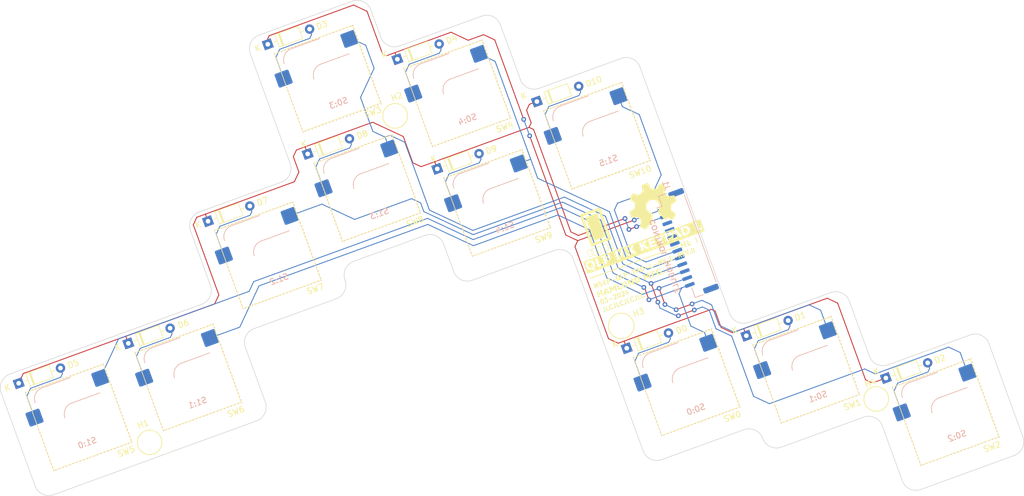
<source format=kicad_pcb>
(kicad_pcb (version 20221018) (generator pcbnew)
  (layers (0 "F.Cu" signal) (31 "B.Cu" signal) (34 "B.Paste" user) (35 "F.Paste" user) (36 "B.SilkS" user "B.Silkscreen") (37 "F.SilkS" user "F.Silkscreen") (38 "B.Mask" user) (39 "F.Mask" user) (44 "Edge.Cuts" user))
  (net 0 "")
  (net 1 "Net-(D0-K)")
  (net 2 "Net-(D0-A)")
  (net 3 "Net-(D1-A)")
  (net 4 "Net-(D2-A)")
  (net 5 "Net-(D3-A)")
  (net 6 "Net-(D4-A)")
  (net 7 "Net-(D10-K)")
  (net 8 "Net-(D5-A)")
  (net 9 "Net-(D6-A)")
  (net 10 "Net-(D7-A)")
  (net 11 "Net-(D8-A)")
  (net 12 "Net-(D9-A)")
  (net 13 "Net-(D10-A)")
  (net 18 "Net-(J1-Pin_7)")
  (net 19 "Net-(J1-Pin_8)")
  (net 20 "Net-(J1-Pin_9)")
  (net 21 "Net-(J1-Pin_10)")
  (net 22 "Net-(J1-Pin_11)")
  (net 23 "Net-(J1-Pin_12)")
  (footprint "ScottoKeebs_Hotswap:Hotswap_MX_1.00u" (layer "F.Cu") (at 67.871474 119.84858 20)
    (fp_text reference "SW5")
    (fp_text value "Switch")
  )
  (footprint "ScottoKeebs_Components:Diode_DO-35" (layer "F.Cu") (at 122.547638 58.44515 20)
    (fp_text reference "D4")
    (fp_text value "Diode")
  )
  (footprint "ScottoKeebs_Hotswap:Hotswap_MX_1.00u" (layer "F.Cu") (at 117.412628 80.53352 20)
    (fp_text reference "SW8")
    (fp_text value "Switch")
  )
  (footprint "ScottoKeebs_Components:Diode_DO-35" (layer "F.Cu") (at 182.366654 105.844365 20)
    (fp_text reference "D1")
    (fp_text value "Diode")
  )
  (footprint "ScottoKeebs_Components:Diode_DO-35" (layer "F.Cu") (at 76.426685 107.157137 20)
    (fp_text reference "D6")
    (fp_text value "Diode")
  )
  (footprint "ScottoKeebs_Components:Diode_DO-35" (layer "F.Cu") (at 57.632835 113.997539 20)
    (fp_text reference "D5")
    (fp_text value "Diode")
  )
  (footprint "MountingHole:MountingHole_2.2mm_M2_ISO14580" (layer "F.Cu") (at 80.072965 124.133858 20)
    (fp_text reference "H1")
    (fp_text value "MountingHole_2.2mm_M2_ISO14580")
  )
  (footprint "ScottoKeebs_Hotswap:Hotswap_MX_1.00u" (layer "F.Cu") (at 156.710432 71.551176 20)
    (fp_text reference "SW10")
    (fp_text value "Switch")
  )
  (footprint "MountingHole:MountingHole_2.2mm_M2_ISO14580" (layer "F.Cu") (at 204.63612 116.681306 20)
    (fp_text reference "H4")
    (fp_text value "MountingHole_2.2mm_M2_ISO14580")
  )
  (footprint "MountingHole:MountingHole_2.2mm_M2_ISO14580" (layer "F.Cu") (at 122.167753 68.161018 20)
    (fp_text reference "H2")
    (fp_text value "MountingHole_2.2mm_M2_ISO14580")
  )
  (footprint "ScottoKeebs_Components:Diode_DO-35" (layer "F.Cu") (at 100.333585 55.888627 20)
    (fp_text reference "D3")
    (fp_text value "Diode")
  )
  (footprint "MountingHole:MountingHole_2.2mm_M2_ISO14580" (layer "F.Cu") (at 160.923493 104.177854 20)
    (fp_text reference "H3")
    (fp_text value "MountingHole_2.2mm_M2_ISO14580")
  )
  (footprint "ScottoKeebs_Hotswap:Hotswap_MX_1.00u" (layer "F.Cu") (at 86.665324 113.008177 20)
    (fp_text reference "SW6")
    (fp_text value "Switch")
  )
  (footprint "ScottoKeebs_Hotswap:Hotswap_MX_1.00u" (layer "F.Cu") (at 110.572224 61.739666 20)
    (fp_text reference "SW3")
    (fp_text value "Switch")
  )
  (footprint "ScottoKeebs_Components:Diode_DO-35" (layer "F.Cu") (at 90.090236 86.221345 20)
    (fp_text reference "D7")
    (fp_text value "Diode")
  )
  (footprint "ScottoKeebs_Hotswap:Hotswap_MX_1.00u" (layer "F.Cu") (at 192.605292 111.695404 20)
    (fp_text reference "SW1")
    (fp_text value "Switch")
  )
  (footprint "ScottoKeebs_Components:Diode_DO-35" (layer "F.Cu") (at 161.8627 107.986304 20)
    (fp_text reference "D0")
    (fp_text value "Diode")
  )
  (footprint "ScottoKeebs_Components:Diode_DO-35" (layer "F.Cu") (at 129.388041 77.239003 20)
    (fp_text reference "D9")
    (fp_text value "Diode")
  )
  (footprint "ScottoKeebs_Hotswap:Hotswap_MX_1.00u" (layer "F.Cu") (at 172.10134 113.837344 20)
    (fp_text reference "SW0")
    (fp_text value "Switch")
  )
  (footprint "ScottoKeebs_Components:Diode_DO-35" (layer "F.Cu") (at 206.290807 113.099351 20)
    (fp_text reference "D2")
    (fp_text value "Diode")
  )
  (footprint "ScottoKeebs_Hotswap:Hotswap_MX_1.00u" (layer "F.Cu") (at 100.328874 92.072385 20)
    (fp_text reference "SW7")
    (fp_text value "Switch")
  )
  (footprint "ScottoKeebs_Hotswap:Hotswap_MX_1.00u" (layer "F.Cu") (at 139.626681 83.090045 20)
    (fp_text reference "SW9")
    (fp_text value "Switch")
  )
  (footprint "ScottoKeebs_Components:Diode_DO-35" (layer "F.Cu") (at 107.173988 74.682479 20)
    (fp_text reference "D8")
    (fp_text value "Diode")
  )
  (footprint "ScottoKeebs_Components:Diode_DO-35" (layer "F.Cu") (at 146.471793 65.700137 20)
    (fp_text reference "D10")
    (fp_text value "Diode")
  )
  (footprint "ScottoKeebs_Hotswap:Hotswap_MX_1.00u" (layer "F.Cu") (at 216.529446 118.950391 20)
    (fp_text reference "SW2")
    (fp_text value "Switch")
  )
  (footprint "ScottoKeebs_Hotswap:Hotswap_MX_1.00u" (layer "F.Cu") (at 132.786278 64.296191 20)
    (fp_text reference "SW4")
    (fp_text value "Switch")
  )
  (footprint "Desktop:OSH_test" (layer "F.Cu") (at 166.205815 83.312882 20)
    (fp_text reference "G***" hide)
    (fp_text value "LOGO" hide)
  )
  (footprint "Connector_JST:JST_GH_SM12B-GHS-TB_1x12-1MP_P1.25mm_Horizontal" (layer "B.Cu") (at 172.060149 90.041358 -70)
    (fp_text reference "J1")
    (fp_text value "Conn_01x12_Socket")
  )
  (gr_poly (pts (xy 101.489166 57.543177) (xy 114.92677 52.652289) (xy 119.817658 66.089893) (xy 106.380054 70.98078)) (stroke (width 0.15) (type dot)) (fill none) (layer "B.SilkS"))
  (gr_poly (pts (xy 108.201397 76.277262) (xy 121.639002 71.386374) (xy 126.52989 84.823978) (xy 113.092285 89.714866)) (stroke (width 0.15) (type dot)) (fill none) (layer "B.SilkS"))
  (gr_poly (pts (xy 162.984079 109.546884) (xy 176.421683 104.655997) (xy 181.312571 118.093601) (xy 167.874967 122.984489)) (stroke (width 0.15) (type dot)) (fill none) (layer "B.SilkS"))
  (gr_poly (pts (xy 207.412187 114.659931) (xy 220.849791 109.769043) (xy 225.740678 123.206648) (xy 212.303075 128.097536)) (stroke (width 0.15) (type dot)) (fill none) (layer "B.SilkS"))
  (gr_poly (pts (xy 123.669017 60.005731) (xy 137.106622 55.114842) (xy 141.99751 68.552447) (xy 128.559905 73.443335)) (stroke (width 0.15) (type dot)) (fill none) (layer "B.SilkS"))
  (gr_poly (pts (xy 58.754212 115.558121) (xy 72.191817 110.667233) (xy 77.082705 124.104837) (xy 63.6451 128.995724)) (stroke (width 0.15) (type dot)) (fill none) (layer "B.SilkS"))
  (gr_poly (pts (xy 130.509421 78.799583) (xy 143.947025 73.908695) (xy 148.837913 87.346299) (xy 135.400309 92.237187)) (stroke (width 0.15) (type dot)) (fill none) (layer "B.SilkS"))
  (gr_poly (pts (xy 147.610273 67.307701) (xy 161.047877 62.416813) (xy 165.938766 75.854418) (xy 152.501161 80.745306)) (stroke (width 0.15) (type dot)) (fill none) (layer "B.SilkS"))
  (gr_poly (pts (xy 77.548064 108.717718) (xy 90.985669 103.826829) (xy 95.876557 117.264434) (xy 82.438952 122.155322)) (stroke (width 0.15) (type dot)) (fill none) (layer "B.SilkS"))
  (gr_poly (pts (xy 183.488032 107.404945) (xy 196.925636 102.514057) (xy 201.816525 115.951662) (xy 188.37892 120.84255)) (stroke (width 0.15) (type dot)) (fill none) (layer "B.SilkS"))
  (gr_poly (pts (xy 91.211615 87.781925) (xy 104.64922 82.891037) (xy 109.540108 96.328642) (xy 96.102503 101.21953)) (stroke (width 0.15) (type dot)) (fill none) (layer "B.SilkS"))
  (gr_circle (center 80.072965 124.133858) (end 79.354723 122.160504) (stroke (width 0.15)) (fill none) (layer "F.SilkS"))
  (gr_circle (center 204.63612 116.681306) (end 206.558689 117.577814) (stroke (width 0.15)) (fill none) (layer "F.SilkS"))
  (gr_circle (center 160.923493 104.177854) (end 162.910148 105.104246) (stroke (width 0.15)) (fill none) (layer "F.SilkS"))
  (gr_line (start 155.606978 96.003219) (end 170.64206 90.530896) (stroke (width 0.15)) (layer "F.SilkS"))
  (gr_circle (center 122.167753 68.161018) (end 124.090322 69.057526) (stroke (width 0.15)) (fill none) (layer "F.SilkS"))
  (gr_line (start 63.646308 133.09237) (end 98.414935 120.437624) (stroke (width 0.1)) (layer "Edge.Cuts"))
  (gr_line (start 56.121865 112.419132) (end 89.011106 100.448427) (stroke (width 0.1)) (layer "Edge.Cuts"))
  (gr_line (start 132.197235 94.839651) (end 130.487134 90.141187) (stroke (width 0.1)) (layer "Edge.Cuts"))
  (gr_arc (start 63.646308 133.09237) (mid 61.734712 133.008908) (end 60.442026 131.598189) (stroke (width 0.1)) (layer "Edge.Cuts"))
  (gr_line (start 104.168838 76.308353) (end 97.328435 57.5145) (stroke (width 0.1)) (layer "Edge.Cuts"))
  (gr_arc (start 113.572667 96.297551) (mid 113.656129 94.385955) (end 115.066848 93.093269) (stroke (width 0.1)) (layer "Edge.Cuts"))
  (gr_arc (start 206.659225 110.836903) (mid 204.747628 110.753441) (end 203.454942 109.342722) (stroke (width 0.1)) (layer "Edge.Cuts"))
  (gr_arc (start 196.830459 98.451614) (mid 198.742055 98.535076) (end 200.034741 99.945795) (stroke (width 0.1)) (layer "Edge.Cuts"))
  (gr_arc (start 90.505288 97.244145) (mid 90.421826 99.155742) (end 89.011106 100.448427) (stroke (width 0.1)) (layer "Edge.Cuts"))
  (gr_line (start 185.175846 123.445013) (end 185.175846 123.445013) (stroke (width 0.1)) (layer "Edge.Cuts"))
  (gr_line (start 200.034741 99.945795) (end 203.454942 109.342722) (stroke (width 0.1)) (layer "Edge.Cuts"))
  (gr_arc (start 146.84021 63.437688) (mid 144.928614 63.354226) (end 143.635928 61.943507) (stroke (width 0.1)) (layer "Edge.Cuts"))
  (gr_arc (start 149.496906 91.203529) (mid 151.408502 91.286991) (end 152.701187 92.697711) (stroke (width 0.1)) (layer "Edge.Cuts"))
  (gr_line (start 206.659225 110.836903) (end 220.754614 105.706601) (stroke (width 0.1)) (layer "Edge.Cuts"))
  (gr_arc (start 137.011445 51.052399) (mid 138.923041 51.135861) (end 140.215727 52.54658) (stroke (width 0.1)) (layer "Edge.Cuts"))
  (gr_line (start 113.572667 96.297551) (end 113.572667 96.297551) (stroke (width 0.1)) (layer "Edge.Cuts"))
  (gr_arc (start 54.627684 115.623414) (mid 54.711146 113.711818) (end 56.121865 112.419132) (stroke (width 0.1)) (layer "Edge.Cuts"))
  (gr_line (start 98.822616 54.310218) (end 114.797391 48.495876) (stroke (width 0.1)) (layer "Edge.Cuts"))
  (gr_arc (start 167.876175 127.081134) (mid 165.964579 126.997672) (end 164.671893 125.586953) (stroke (width 0.1)) (layer "Edge.Cuts"))
  (gr_arc (start 135.401516 96.333832) (mid 133.48992 96.25037) (end 132.197235 94.839651) (stroke (width 0.1)) (layer "Edge.Cuts"))
  (gr_line (start 182.73507 103.581916) (end 196.830459 98.451614) (stroke (width 0.1)) (layer "Edge.Cuts"))
  (gr_arc (start 96.488915 107.836416) (mid 96.572377 105.92482) (end 97.983096 104.632134) (stroke (width 0.1)) (layer "Edge.Cuts"))
  (gr_arc (start 97.328435 57.5145) (mid 97.411897 55.602904) (end 98.822616 54.310218) (stroke (width 0.1)) (layer "Edge.Cuts"))
  (gr_arc (start 87.085087 87.847219) (mid 87.168548 85.935623) (end 88.579267 84.642937) (stroke (width 0.1)) (layer "Edge.Cuts"))
  (gr_line (start 140.215727 52.54658) (end 143.635928 61.943507) (stroke (width 0.1)) (layer "Edge.Cuts"))
  (gr_arc (start 182.73507 103.581916) (mid 180.823474 103.498454) (end 179.530788 102.087735) (stroke (width 0.1)) (layer "Edge.Cuts"))
  (gr_arc (start 99.909117 117.233342) (mid 99.825655 119.144939) (end 98.414935 120.437624) (stroke (width 0.1)) (layer "Edge.Cuts"))
  (gr_arc (start 202.475517 119.808892) (mid 204.387113 119.892354) (end 205.679799 121.303073) (stroke (width 0.1)) (layer "Edge.Cuts"))
  (gr_arc (start 181.971564 121.950832) (mid 183.88316 122.034294) (end 185.175846 123.445013) (stroke (width 0.1)) (layer "Edge.Cuts"))
  (gr_line (start 202.475517 119.808892) (end 188.380127 124.939194) (stroke (width 0.1)) (layer "Edge.Cuts"))
  (gr_line (start 90.505288 97.244145) (end 87.085087 87.847219) (stroke (width 0.1)) (layer "Edge.Cuts"))
  (gr_arc (start 122.916055 56.182702) (mid 121.004459 56.09924) (end 119.711774 54.68852) (stroke (width 0.1)) (layer "Edge.Cuts"))
  (gr_line (start 118.001673 49.990057) (end 119.711774 54.68852) (stroke (width 0.1)) (layer "Edge.Cuts"))
  (gr_arc (start 160.935599 58.307386) (mid 162.847195 58.390848) (end 164.139881 59.801567) (stroke (width 0.1)) (layer "Edge.Cuts"))
  (gr_line (start 149.496906 91.203529) (end 135.401516 96.333832) (stroke (width 0.1)) (layer "Edge.Cuts"))
  (gr_arc (start 188.380127 124.939194) (mid 186.468531 124.855732) (end 185.175846 123.445013) (stroke (width 0.1)) (layer "Edge.Cuts"))
  (gr_line (start 99.909117 117.233342) (end 96.488915 107.836416) (stroke (width 0.1)) (layer "Edge.Cuts"))
  (gr_arc (start 220.754614 105.706601) (mid 222.66621 105.790063) (end 223.958896 107.200782) (stroke (width 0.1)) (layer "Edge.Cuts"))
  (gr_line (start 146.84021 63.437688) (end 160.935599 58.307386) (stroke (width 0.1)) (layer "Edge.Cuts"))
  (gr_line (start 122.916055 56.182702) (end 137.011445 51.052399) (stroke (width 0.1)) (layer "Edge.Cuts"))
  (gr_arc (start 229.773238 123.175557) (mid 229.689775 125.087152) (end 228.279057 126.379839) (stroke (width 0.1)) (layer "Edge.Cuts"))
  (gr_line (start 88.579267 84.642937) (end 102.674657 79.512635) (stroke (width 0.1)) (layer "Edge.Cuts"))
  (gr_line (start 54.627684 115.623414) (end 60.442026 131.598189) (stroke (width 0.1)) (layer "Edge.Cuts"))
  (gr_line (start 164.671893 125.586953) (end 152.701187 92.697711) (stroke (width 0.1)) (layer "Edge.Cuts"))
  (gr_line (start 97.983096 104.632134) (end 112.078485 99.501832) (stroke (width 0.1)) (layer "Edge.Cuts"))
  (gr_line (start 228.279057 126.379839) (end 212.304282 132.194181) (stroke (width 0.1)) (layer "Edge.Cuts"))
  (gr_line (start 164.139881 59.801567) (end 179.530788 102.087735) (stroke (width 0.1)) (layer "Edge.Cuts"))
  (gr_arc (start 212.304282 132.194181) (mid 210.392686 132.110719) (end 209.1 130.7) (stroke (width 0.1)) (layer "Edge.Cuts"))
  (gr_line (start 223.958896 107.200782) (end 229.773238 123.175557) (stroke (width 0.1)) (layer "Edge.Cuts"))
  (gr_line (start 181.971564 121.950832) (end 167.876175 127.081134) (stroke (width 0.1)) (layer "Edge.Cuts"))
  (gr_arc (start 104.168838 76.308353) (mid 104.085376 78.219949) (end 102.674657 79.512635) (stroke (width 0.1)) (layer "Edge.Cuts"))
  (gr_line (start 209.1 130.7) (end 205.679799 121.303073) (stroke (width 0.1)) (layer "Edge.Cuts"))
  (gr_line (start 115.066848 93.093269) (end 127.282852 88.647006) (stroke (width 0.1)) (layer "Edge.Cuts"))
  (gr_arc (start 114.797391 48.495876) (mid 116.708987 48.579338) (end 118.001673 49.990057) (stroke (width 0.1)) (layer "Edge.Cuts"))
  (gr_arc (start 127.282852 88.647006) (mid 129.194448 88.730468) (end 130.487134 90.141187) (stroke (width 0.1)) (layer "Edge.Cuts"))
  (gr_arc (start 113.572667 96.297551) (mid 113.489205 98.209147) (end 112.078485 99.501832) (stroke (width 0.1)) (layer "Edge.Cuts"))
  (gr_text "S0:2\n" (at 220.341074 122.990378 20) (layer "B.SilkS") (effects (font (size 1 1)) (justify left bottom mirror)))
  (gr_text "S1:3\n" (at 121.326861 84.855414 20) (layer "B.SilkS") (effects (font (size 1 1)) (justify left bottom mirror)))
  (gr_text "S1:5" (at 160.590464 75.779102 20) (layer "B.SilkS") (effects (font (size 1 1)) (justify left bottom mirror)))
  (gr_text "S0:3" (at 114.324085 65.907825 20) (layer "B.SilkS") (effects (font (size 1 1)) (justify left bottom mirror)))
  (gr_text "S1:4\n" (at 142.840291 87.241273 20) (layer "B.SilkS") (effects (font (size 1 1)) (justify left bottom mirror)))
  (gr_text "S0:1" (at 196.493961 116.23944 20) (layer "B.SilkS") (effects (font (size 1 1)) (justify left bottom mirror)))
  (gr_text "S1:2\n" (at 104.140503 96.112372 20) (layer "B.SilkS") (effects (font (size 1 1)) (justify left bottom mirror)))
  (gr_text "S0:4" (at 136.418604 68.720692 20) (layer "B.SilkS") (effects (font (size 1 1)) (justify left bottom mirror)))
  (gr_text "S1:1\n" (at 90.135277 117.278942 20) (layer "B.SilkS") (effects (font (size 1 1)) (justify left bottom mirror)))
  (gr_text "CONTROL MODULE" (at 166.522615 85.645185 110) (layer "B.SilkS") (effects (font (size 0.8 1)) (justify left bottom mirror)))
  (gr_text "S1:0" (at 71.247456 124.153547 20) (layer "B.SilkS") (effects (font (size 1 1)) (justify left bottom mirror)))
  (gr_text "S0:0" (at 175.579929 118.424219 20) (layer "B.SilkS") (effects (font (size 1 1)) (justify left bottom mirror)))
  (gr_text "HAMLUND MFG." (at 156.966422 99.445879 20) (layer "F.SilkS") (effects (font (size 1 1) (thickness 0.2) bold) (justify left bottom)))
  (gr_text "햄" (at 155.690585 89.800557 20) (layer "F.SilkS" knockout) (effects (font (size 4 4) (thickness 0.8) bold) (justify left bottom)))
  (gr_text "Mk I" (at 171.163383 91.086075 20) (layer "F.SilkS") (effects (font (size 1 1)) (justify left bottom)))
  (gr_text "03-2024" (at 157.376846 100.57351 20) (layer "F.SilkS") (effects (font (size 0.75 0.75)) (justify left bottom)))
  (gr_text "QLP MX KEYPAD L" (at 155.136787 95.003758 20) (layer "F.SilkS" knockout) (effects (font (size 1.5 1.5) (thickness 0.3) bold) (justify left bottom)))
  (gr_text "JLCJLCJLCJLC" (at 157.761705 101.923282 20) (layer "F.SilkS") (effects (font (size 0.75 0.75)) (justify left bottom)))
  (gr_text "MSKP-QLP-PAD-L-MK.1-REV.0" (at 156.291019 97.882604 20) (layer "F.SilkS") (effects (font (size 0.75 0.75)) (justify left bottom)))
  (gr_text "햄룬드 제조" (at 155.349601 92.372274 20) (layer "F.SilkS") (effects (font (size 1 1)) (justify left bottom)))
  (segment (start 181.928868 104.641559) (end 181.940822 104.615923) (width 0.15) (layer "F.Cu") (net 1))
  (segment (start 198.018547 100.253958) (end 196.22415 99.417217) (width 0.15) (layer "F.Cu") (net 1))
  (segment (start 179.967468 105.334166) (end 178.044898 104.437657) (width 0.15) (layer "F.Cu") (net 1))
  (segment (start 134.688814 55.196719) (end 137.319953 54.239063) (width 0.15) (layer "F.Cu") (net 1))
  (segment (start 178.044898 104.437657) (end 177.018838 101.618579) (width 0.15) (layer "F.Cu") (net 1))
  (segment (start 137.319953 54.239063) (end 139.242523 55.135571) (width 0.15) (layer "F.Cu") (net 1))
  (segment (start 120.011645 57.559074) (end 120.652502 57.85791) (width 0.15) (layer "F.Cu") (net 1))
  (segment (start 152.991042 90.570274) (end 153.46918 89.544905) (width 0.15) (layer "F.Cu") (net 1))
  (segment (start 153.46918 89.544905) (end 151.41844 88.588628) (width 0.15) (layer "F.Cu") (net 1))
  (segment (start 139.242523 55.135571) (end 143.962401 68.103329) (width 0.15) (layer "F.Cu") (net 1))
  (segment (start 206.290807 113.099351) (end 203.960371 113.947561) (width 0.15) (layer "F.Cu") (net 1))
  (segment (start 196.22415 99.417217) (end 181.940822 104.615923) (width 0.15) (layer "F.Cu") (net 1))
  (segment (start 100.333585 55.888627) (end 100.345539 55.86299) (width 0.15) (layer "F.Cu") (net 1))
  (segment (start 182.366654 105.844365) (end 181.928868 104.641559) (width 0.15) (layer "F.Cu") (net 1))
  (segment (start 161.8627 107.986304) (end 161.424914 106.783498) (width 0.15) (layer "F.Cu") (net 1))
  (segment (start 151.41844 88.588628) (end 145.227875 71.580192) (width 0.15) (layer "F.Cu") (net 1))
  (segment (start 176.377982 101.319743) (end 162.639674 106.320078) (width 0.15) (layer "F.Cu") (net 1))
  (segment (start 162.639674 106.320078) (end 161.436868 106.757863) (width 0.15) (layer "F.Cu") (net 1))
  (segment (start 161.424914 106.783498) (end 161.436868 106.757863) (width 0.15) (layer "F.Cu") (net 1))
  (segment (start 117.343888 50.229471) (end 120.011645 57.559074) (width 0.15) (layer "F.Cu") (net 1))
  (segment (start 202.80683 113.409655) (end 198.018547 100.253958) (width 0.15) (layer "F.Cu") (net 1))
  (segment (start 153.46918 89.544905) (end 163.148014 86.022097) (width 0.15) (layer "F.Cu") (net 1))
  (segment (start 203.960371 113.947561) (end 202.80683 113.409655) (width 0.15) (layer "F.Cu") (net 1))
  (segment (start 122.547638 58.44515) (end 122.144056 57.336315) (width 0.15) (layer "F.Cu") (net 1))
  (segment (start 100.147168 55.31797) (end 100.565539 54.420771) (width 0.15) (layer "F.Cu") (net 1))
  (segment (start 181.940822 104.615923) (end 179.967468 105.334166) (width 0.15) (layer "F.Cu") (net 1))
  (segment (start 122.144056 57.336315) (end 122.156009 57.310678) (width 0.15) (layer "F.Cu") (net 1))
  (segment (start 143.962401 68.103329) (end 144.201814 68.761115) (width 0.15) (layer "F.Cu") (net 1))
  (segment (start 100.345539 55.86299) (end 100.147168 55.31797) (width 0.15) (layer "F.Cu") (net 1))
  (segment (start 115.036806 49.153661) (end 117.343888 50.229471) (width 0.15) (layer "F.Cu") (net 1))
  (segment (start 161.436868 106.757863) (end 160.403207 107.134085) (width 0.15) (layer "F.Cu") (net 1))
  (segment (start 160.403207 107.134085) (end 158.73698 106.357111) (width 0.15) (layer "F.Cu") (net 1))
  (segment (start 122.156009 57.310678) (end 131.740875 53.822072) (width 0.15) (layer "F.Cu") (net 1))
  (segment (start 177.018838 101.618579) (end 176.377982 101.319743) (width 0.15) (layer "F.Cu") (net 1))
  (segment (start 158.73698 106.357111) (end 152.991042 90.570274) (width 0.15) (layer "F.Cu") (net 1))
  (segment (start 100.565539 54.420771) (end 115.036806 49.153661) (width 0.15) (layer "F.Cu") (net 1))
  (segment (start 120.652502 57.85791) (end 122.156009 57.310678) (width 0.15) (layer "F.Cu") (net 1))
  (segment (start 131.740875 53.822072) (end 134.688814 55.196719) (width 0.15) (layer "F.Cu") (net 1))
  (via (at 145.227875 71.580192) (size 0.8) (drill 0.4) (layers "F.Cu" "B.Cu") (net 1))
  (via (at 144.201814 68.761115) (size 0.8) (drill 0.4) (layers "F.Cu" "B.Cu") (net 1))
  (via (at 163.148014 86.022097) (size 0.8) (drill 0.4) (layers "F.Cu" "B.Cu") (net 1))
  (segment (start 163.177897 85.958012) (end 167.97033 84.213709) (width 0.15) (layer "B.Cu") (net 1))
  (segment (start 144.201814 68.761115) (end 145.227875 71.580192) (width 0.15) (layer "B.Cu") (net 1))
  (segment (start 163.148014 86.022097) (end 163.177897 85.958012) (width 0.15) (layer "B.Cu") (net 1))
  (segment (start 164.574886 113.873738) (end 163.249559 110.23243) (width 0.15) (layer "B.Cu") (net 2))
  (segment (start 169.066343 106.96066) (end 169.365178 106.319804) (width 0.15) (layer "B.Cu") (net 2))
  (segment (start 163.898034 108.84177) (end 169.066343 106.96066) (width 0.15) (layer "B.Cu") (net 2))
  (segment (start 163.249559 110.23243) (end 163.898034 108.84177) (width 0.15) (layer "B.Cu") (net 2))
  (segment (start 169.365178 106.319804) (end 169.023158 105.38011) (width 0.15) (layer "B.Cu") (net 2))
  (segment (start 185.078839 111.731798) (end 183.753512 108.09049) (width 0.15) (layer "B.Cu") (net 3))
  (segment (start 189.869131 104.177864) (end 189.527111 103.23817) (width 0.15) (layer "B.Cu") (net 3))
  (segment (start 183.753512 108.09049) (end 184.401987 106.69983) (width 0.15) (layer "B.Cu") (net 3))
  (segment (start 189.570296 104.81872) (end 189.869131 104.177864) (width 0.15) (layer "B.Cu") (net 3))
  (segment (start 184.401987 106.69983) (end 189.570296 104.81872) (width 0.15) (layer "B.Cu") (net 3))
  (segment (start 208.326141 113.954817) (end 213.494451 112.073706) (width 0.15) (layer "B.Cu") (net 4))
  (segment (start 213.494451 112.073706) (end 213.793285 111.432852) (width 0.15) (layer "B.Cu") (net 4))
  (segment (start 207.677666 115.345478) (end 208.326141 113.954817) (width 0.15) (layer "B.Cu") (net 4))
  (segment (start 209.002993 118.986785) (end 207.677666 115.345478) (width 0.15) (layer "B.Cu") (net 4))
  (segment (start 213.793285 111.432852) (end 213.451265 110.493157) (width 0.15) (layer "B.Cu") (net 4))
  (segment (start 107.836064 54.222126) (end 107.494043 53.282433) (width 0.15) (layer "B.Cu") (net 5))
  (segment (start 107.537228 54.862981) (end 107.836064 54.222126) (width 0.15) (layer "B.Cu") (net 5))
  (segment (start 101.720443 58.134752) (end 102.368918 56.744092) (width 0.15) (layer "B.Cu") (net 5))
  (segment (start 103.045771 61.77606) (end 101.720443 58.134752) (width 0.15) (layer "B.Cu") (net 5))
  (segment (start 102.368918 56.744092) (end 107.537228 54.862981) (width 0.15) (layer "B.Cu") (net 5))
  (segment (start 130.050117 56.778651) (end 129.708096 55.838957) (width 0.15) (layer "B.Cu") (net 6))
  (segment (start 123.934496 60.691277) (end 124.582972 59.300616) (width 0.15) (layer "B.Cu") (net 6))
  (segment (start 124.582972 59.300616) (end 129.751282 57.419505) (width 0.15) (layer "B.Cu") (net 6))
  (segment (start 125.259823 64.332584) (end 123.934496 60.691277) (width 0.15) (layer "B.Cu") (net 6))
  (segment (start 129.751282 57.419505) (end 130.050117 56.778651) (width 0.15) (layer "B.Cu") (net 6))
  (segment (start 75.9889 105.954332) (end 76.000855 105.928696) (width 0.15) (layer "F.Cu") (net 7))
  (segment (start 118.306376 69.24719) (end 123.561398 71.697647) (width 0.15) (layer "F.Cu") (net 7))
  (segment (start 91.223875 100.387969) (end 91.941082 98.849914) (width 0.15) (layer "F.Cu") (net 7))
  (segment (start 126.612979 76.865611) (end 128.962211 76.010562) (width 0.15) (layer "F.Cu") (net 7))
  (segment (start 58.409809 112.331313) (end 58.597747 112.262909) (width 0.15) (layer "F.Cu") (net 7))
  (segment (start 144.696881 67.197494) (end 145.175019 66.172124) (width 0.15) (layer "F.Cu") (net 7))
  (segment (start 128.950256 76.036198) (end 128.962211 76.010562) (width 0.15) (layer "F.Cu") (net 7))
  (segment (start 145.124924 70.127815) (end 145.893951 70.486418) (width 0.15) (layer "F.Cu") (net 7))
  (segment (start 104.706743 75.154811) (end 105.244649 74.00127) (width 0.15) (layer "F.Cu") (net 7))
  (segment (start 107.173988 74.682479) (end 106.736202 73.479673) (width 0.15) (layer "F.Cu") (net 7))
  (segment (start 91.941082 98.849914) (end 87.563224 86.821849) (width 0.15) (layer "F.Cu") (net 7))
  (segment (start 76.426685 107.157137) (end 75.9889 105.954332) (width 0.15) (layer "F.Cu") (net 7))
  (segment (start 146.133366 71.144203) (end 152.289728 88.05867) (width 0.15) (layer "F.Cu") (net 7))
  (segment (start 89.65245 85.01854) (end 89.664405 84.992904) (width 0.15) (layer "F.Cu") (net 7))
  (segment (start 104.887426 79.452177) (end 105.6644 77.785951) (width 0.15) (layer "F.Cu") (net 7))
  (segment (start 106.748157 73.454038) (end 118.306376 69.24719) (width 0.15) (layer "F.Cu") (net 7))
  (segment (start 153.571441 88.656342) (end 161.558828 85.749172) (width 0.15) (layer "F.Cu") (net 7))
  (segment (start 125.203095 76.208171) (end 126.612979 76.865611) (width 0.15) (layer "F.Cu") (net 7))
  (segment (start 152.289728 88.05867) (end 153.571441 88.656342) (width 0.15) (layer "F.Cu") (net 7))
  (segment (start 123.561398 71.697647) (end 125.203095 76.208171) (width 0.15) (layer "F.Cu") (net 7))
  (segment (start 76.000855 105.928696) (end 91.223875 100.387969) (width 0.15) (layer "F.Cu") (net 7))
  (segment (start 89.664405 84.992904) (end 104.887426 79.452177) (width 0.15) (layer "F.Cu") (net 7))
  (segment (start 128.962211 76.010562) (end 145.124924 70.127815) (width 0.15) (layer "F.Cu") (net 7))
  (segment (start 106.736202 73.479673) (end 106.748157 73.454038) (width 0.15) (layer "F.Cu") (net 7))
  (segment (start 105.6644 77.785951) (end 104.706743 75.154811) (width 0.15) (layer "F.Cu") (net 7))
  (segment (start 145.175019 66.172124) (end 146.471793 65.700137) (width 0.15) (layer "F.Cu") (net 7))
  (segment (start 105.244649 74.00127) (end 106.748157 73.454038) (width 0.15) (layer "F.Cu") (net 7))
  (segment (start 90.090236 86.221345) (end 89.65245 85.01854) (width 0.15) (layer "F.Cu") (net 7))
  (segment (start 88.160897 85.540136) (end 89.664405 84.992904) (width 0.15) (layer "F.Cu") (net 7))
  (segment (start 57.632835 113.997539) (end 58.409809 112.331313) (width 0.15) (layer "F.Cu") (net 7))
  (segment (start 145.124924 70.127815) (end 145.483527 69.358787) (width 0.15) (layer "F.Cu") (net 7))
  (segment (start 129.388041 77.239003) (end 128.950256 76.036198) (width 0.15) (layer "F.Cu") (net 7))
  (segment (start 87.563224 86.821849) (end 88.160897 85.540136) (width 0.15) (layer "F.Cu") (net 7))
  (segment (start 162.242868 87.628556) (end 163.558438 87.149729) (width 0.15) (layer "F.Cu") (net 7))
  (segment (start 145.893951 70.486418) (end 146.133366 71.144203) (width 0.15) (layer "F.Cu") (net 7))
  (segment (start 145.483527 69.358787) (end 144.696881 67.197494) (width 0.15) (layer "F.Cu") (net 7))
  (segment (start 58.597747 112.262909) (end 58.945434 112.136361) (width 0.15) (layer "F.Cu") (net 7))
  (segment (start 58.945434 112.136361) (end 76.000855 105.928696) (width 0.15) (layer "F.Cu") (net 7))
  (via (at 161.558828 85.749172) (size 0.8) (drill 0.4) (layers "F.Cu" "B.Cu") (net 7))
  (via (at 163.558438 87.149729) (size 0.8) (drill 0.4) (layers "F.Cu" "B.Cu") (net 7))
  (via (at 162.242868 87.628556) (size 0.8) (drill 0.4) (layers "F.Cu" "B.Cu") (net 7))
  (segment (start 163.558438 87.149729) (end 168.397855 85.388325) (width 0.15) (layer "B.Cu") (net 7))
  (segment (start 161.558828 85.749172) (end 162.242868 87.628556) (width 0.15) (layer "B.Cu") (net 7))
  (segment (start 65.135312 112.331039) (end 64.793292 111.391346) (width 0.15) (layer "B.Cu") (net 8))
  (segment (start 60.345021 119.884973) (end 59.019693 116.243665) (width 0.15) (layer "B.Cu") (net 8))
  (segment (start 59.019693 116.243665) (end 59.668167 114.853006) (width 0.15) (layer "B.Cu") (net 8))
  (segment (start 59.668167 114.853006) (end 64.836477 112.971895) (width 0.15) (layer "B.Cu") (net 8))
  (segment (start 64.836477 112.971895) (end 65.135312 112.331039) (width 0.15) (layer "B.Cu") (net 8))
  (segment (start 78.462019 108.012603) (end 83.630329 106.131492) (width 0.15) (layer "B.Cu") (net 9))
  (segment (start 83.929164 105.490639) (end 83.587143 104.550944) (width 0.15) (layer "B.Cu") (net 9))
  (segment (start 79.13887 113.04457) (end 77.813543 109.403264) (width 0.15) (layer "B.Cu") (net 9))
  (segment (start 83.630329 106.131492) (end 83.929164 105.490639) (width 0.15) (layer "B.Cu") (net 9))
  (segment (start 77.813543 109.403264) (end 78.462019 108.012603) (width 0.15) (layer "B.Cu") (net 9))
  (segment (start 97.293879 85.1957) (end 97.592714 84.554846) (width 0.15) (layer "B.Cu") (net 10))
  (segment (start 92.125569 87.076811) (end 97.293879 85.1957) (width 0.15) (layer "B.Cu") (net 10))
  (segment (start 91.477094 88.467472) (end 92.125569 87.076811) (width 0.15) (layer "B.Cu") (net 10))
  (segment (start 97.592714 84.554846) (end 97.250694 83.615151) (width 0.15) (layer "B.Cu") (net 10))
  (segment (start 92.802421 92.108779) (end 91.477094 88.467472) (width 0.15) (layer "B.Cu") (net 10))
  (segment (start 109.209322 75.537945) (end 114.377631 73.656834) (width 0.15) (layer "B.Cu") (net 11))
  (segment (start 109.886175 80.569914) (end 108.560846 76.928604) (width 0.15) (layer "B.Cu") (net 11))
  (segment (start 114.377631 73.656834) (end 114.676466 73.015979) (width 0.15) (layer "B.Cu") (net 11))
  (segment (start 108.560846 76.928604) (end 109.209322 75.537945) (width 0.15) (layer "B.Cu") (net 11))
  (segment (start 114.676466 73.015979) (end 114.334446 72.076286) (width 0.15) (layer "B.Cu") (net 11))
  (segment (start 136.591685 76.213357) (end 136.89052 75.572504) (width 0.15) (layer "B.Cu") (net 12))
  (segment (start 132.100227 83.126438) (end 130.7749 79.485129) (width 0.15) (layer "B.Cu") (net 12))
  (segment (start 136.89052 75.572504) (end 136.548499 74.632809) (width 0.15) (layer "B.Cu") (net 12))
  (segment (start 131.423375 78.094468) (end 136.591685 76.213357) (width 0.15) (layer "B.Cu") (net 12))
  (segment (start 130.7749 79.485129) (end 131.423375 78.094468) (width 0.15) (layer "B.Cu") (net 12))
  (segment (start 147.858651 67.946263) (end 148.507127 66.555602) (width 0.15) (layer "B.Cu") (net 13))
  (segment (start 153.974271 64.033637) (end 153.632251 63.093944) (width 0.15) (layer "B.Cu") (net 13))
  (segment (start 149.183978 71.58757) (end 147.858651 67.946263) (width 0.15) (layer "B.Cu") (net 13))
  (segment (start 153.675436 64.674492) (end 153.974271 64.033637) (width 0.15) (layer "B.Cu") (net 13))
  (segment (start 148.507127 66.555602) (end 153.675436 64.674492) (width 0.15) (layer "B.Cu") (net 13))
  (segment (start 165.179233 93.210919) (end 170.535481 91.261403) (width 0.15) (layer "B.Cu") (net 18))
  (segment (start 167.776348 78.271708) (end 166.581003 80.835134) (width 0.15) (layer "B.Cu") (net 18))
  (segment (start 160.285062 83.126669) (end 159.747157 84.28021) (width 0.15) (layer "B.Cu") (net 18))
  (segment (start 161.120016 66.585544) (end 164.014126 67.93509) (width 0.15) (layer "B.Cu") (net 18))
  (segment (start 159.747157 84.28021) (end 162.551722 91.98569) (width 0.15) (layer "B.Cu") (net 18))
  (segment (start 162.551722 91.98569) (end 165.179233 93.210919) (width 0.15) (layer "B.Cu") (net 18))
  (segment (start 166.581003 80.835134) (end 160.285062 83.126669) (width 0.15) (layer "B.Cu") (net 18))
  (segment (start 160.462654 64.779456) (end 161.120016 66.585544) (width 0.15) (layer "B.Cu") (net 18))
  (segment (start 164.014126 67.93509) (end 167.776348 78.271708) (width 0.15) (layer "B.Cu") (net 18))
  (segment (start 145.387966 75.587085) (end 145.399921 75.561448) (width 0.15) (layer "B.Cu") (net 19))
  (segment (start 145.399921 75.561448) (end 139.304438 58.814248) (width 0.15) (layer "B.Cu") (net 19))
  (segment (start 165.465804 94.436837) (end 161.877008 92.763354) (width 0.15) (layer "B.Cu") (net 19))
  (segment (start 158.901433 84.588028) (end 146.59699 78.850372) (width 0.15) (layer "B.Cu") (net 19))
  (segment (start 143.378903 76.318325) (end 143.357698 76.260063) (width 0.15) (layer "B.Cu") (net 19))
  (segment (start 161.877008 92.763354) (end 158.901433 84.588028) (width 0.15) (layer "B.Cu") (net 19))
  (segment (start 143.378903 76.318325) (end 145.387966 75.587085) (width 0.15) (layer "B.Cu") (net 19))
  (segment (start 146.59699 78.850372) (end 145.399921 75.561448) (width 0.15) (layer "B.Cu") (net 19))
  (segment (start 170.963006 92.43602) (end 165.465804 94.436837) (width 0.15) (layer "B.Cu") (net 19))
  (segment (start 139.304438 58.814248) (end 136.538499 57.52447) (width 0.15) (layer "B.Cu") (net 19))
  (segment (start 123.809449 72.671542) (end 128.050499 84.32373) (width 0.15) (layer "B.Cu") (net 20))
  (segment (start 128.050499 84.32373) (end 135.484433 87.79023) (width 0.15) (layer "B.Cu") (net 20))
  (segment (start 114.585682 54.872864) (end 114.324446 54.967946) (width 0.15) (layer "B.Cu") (net 20))
  (segment (start 121.16485 73.7618) (end 120.454131 71.809117) (width 0.15) (layer "B.Cu") (net 20))
  (segment (start 118.34956 70.827739) (end 116.229035 65.001645) (width 0.15) (layer "B.Cu") (net 20))
  (segment (start 116.229035 65.001645) (end 118.559958 60.002965) (width 0.15) (layer "B.Cu") (net 20))
  (segment (start 158.22672 85.365693) (end 161.202295 93.541019) (width 0.15) (layer "B.Cu") (net 20))
  (segment (start 135.484433 87.79023) (end 151.1773 82.078494) (width 0.15) (layer "B.Cu") (net 20))
  (segment (start 120.454131 71.809117) (end 118.34956 70.827739) (width 0.15) (layer "B.Cu") (net 20))
  (segment (start 121.299855 71.501299) (end 123.809449 72.671542) (width 0.15) (layer "B.Cu") (net 20))
  (segment (start 151.1773 82.078494) (end 158.22672 85.365693) (width 0.15) (layer "B.Cu") (net 20))
  (segment (start 118.559958 60.002965) (end 117.123473 56.056256) (width 0.15) (layer "B.Cu") (net 20))
  (segment (start 165.752376 95.662756) (end 171.390532 93.610635) (width 0.15) (layer "B.Cu") (net 20))
  (segment (start 120.454131 71.809117) (end 121.299855 71.501299) (width 0.15) (layer "B.Cu") (net 20))
  (segment (start 161.202295 93.541019) (end 165.752376 95.662756) (width 0.15) (layer "B.Cu") (net 20))
  (segment (start 117.123473 56.056256) (end 114.585682 54.872864) (width 0.15) (layer "B.Cu") (net 20))
  (segment (start 167.201816 100.08363) (end 166.038947 96.888674) (width 0.15) (layer "F.Cu") (net 21))
  (segment (start 173.439024 101.431676) (end 170.713915 102.423534) (width 0.15) (layer "F.Cu") (net 21))
  (via (at 166.038947 96.888674) (size 0.8) (drill 0.4) (layers "F.Cu" "B.Cu") (net 21))
  (via (at 173.439024 101.431676) (size 0.8) (drill 0.4) (layers "F.Cu" "B.Cu") (net 21))
  (via (at 167.201816 100.08363) (size 0.8) (drill 0.4) (layers "F.Cu" "B.Cu") (net 21))
  (via (at 170.713915 102.423534) (size 0.8) (drill 0.4) (layers "F.Cu" "B.Cu") (net 21))
  (segment (start 177.164973 104.651506) (end 176.002105 101.45655) (width 0.15) (layer "B.Cu") (net 21))
  (segment (start 135.535908 88.51642) (end 150.852899 82.941491) (width 0.15) (layer "B.Cu") (net 21))
  (segment (start 126.529372 83.068273) (end 127.076604 84.571781) (width 0.15) (layer "B.Cu") (net 21))
  (segment (start 174.848563 100.918646) (end 173.439024 101.431676) (width 0.15) (layer "B.Cu") (net 21))
  (segment (start 202.66104 111.547199) (end 186.310388 117.498349) (width 0.15) (layer "B.Cu") (net 21))
  (segment (start 183.618792 116.243237) (end 179.85657 105.906618) (width 0.15) (layer "B.Cu") (net 21))
  (segment (start 124.991317 82.351065) (end 126.529372 83.068273) (width 0.15) (layer "B.Cu") (net 21))
  (segment (start 170.713915 102.423534) (end 170.525977 102.491938) (width 0.15) (layer "B.Cu") (net 21))
  (segment (start 166.038947 96.888674) (end 171.818057 94.785251) (width 0.15) (layer "B.Cu") (net 21))
  (segment (start 186.310388 117.498349) (end 183.618792 116.243237) (width 0.15) (layer "B.Cu") (net 21))
  (segment (start 104.081096 85.300665) (end 109.604611 83.29027) (width 0.15) (layer "B.Cu") (net 21))
  (segment (start 176.002105 101.45655) (end 174.848563 100.918646) (width 0.15) (layer "B.Cu") (net 21))
  (segment (start 170.525977 102.491938) (end 167.578038 101.117291) (width 0.15) (layer "B.Cu") (net 21))
  (segment (start 150.852899 82.941491) (end 157.389633 85.989621) (width 0.15) (layer "B.Cu") (net 21))
  (segment (start 160.399411 94.258915) (end 166.038947 96.888674) (width 0.15) (layer "B.Cu") (net 21))
  (segment (start 167.578038 101.117291) (end 167.201816 100.08363) (width 0.15) (layer "B.Cu") (net 21))
  (segment (start 115.218513 85.908076) (end 124.991317 82.351065) (width 0.15) (layer "B.Cu") (net 21))
  (segment (start 220.281668 112.178671) (end 219.023717 108.72248) (width 0.15) (layer "B.Cu") (net 21))
  (segment (start 204.455437 112.38394) (end 202.66104 111.547199) (width 0.15) (layer "B.Cu") (net 21))
  (segment (start 127.076604 84.571781) (end 135.535908 88.51642) (width 0.15) (layer "B.Cu") (net 21))
  (segment (start 217.047318 107.80087) (end 204.455437 112.38394) (width 0.15) (layer "B.Cu") (net 21))
  (segment (start 179.85657 105.906618) (end 177.164973 104.651506) (width 0.15) (layer "B.Cu") (net 21))
  (segment (start 109.604611 83.29027) (end 115.218513 85.908076) (width 0.15) (layer "B.Cu") (net 21))
  (segment (start 157.389633 85.989621) (end 160.399411 94.258915) (width 0.15) (layer "B.Cu") (net 21))
  (segment (start 219.023717 108.72248) (end 217.047318 107.80087) (width 0.15) (layer "B.Cu") (net 21))
  (segment (start 168.415124 100.493364) (end 167.406165 97.72127) (width 0.15) (layer "F.Cu") (net 22))
  (segment (start 173.062802 100.398013) (end 170.337693 101.389872) (width 0.15) (layer "F.Cu") (net 22))
  (via (at 170.337693 101.389872) (size 0.8) (drill 0.4) (layers "F.Cu" "B.Cu") (net 22))
  (via (at 168.415124 100.493364) (size 0.8) (drill 0.4) (layers "F.Cu" "B.Cu") (net 22))
  (via (at 173.062802 100.398013) (size 0.8) (drill 0.4) (layers "F.Cu" "B.Cu") (net 22))
  (via (at 167.406165 97.72127) (size 0.8) (drill 0.4) (layers "F.Cu" "B.Cu") (net 22))
  (segment (start 176.694091 101.311105) (end 176.420475 100.559352) (width 0.15) (layer "B.Cu") (net 22))
  (segment (start 167.406165 97.72127) (end 172.245582 95.959867) (width 0.15) (layer "B.Cu") (net 22))
  (segment (start 182.556427 104.391861) (end 180.249375 105.23156) (width 0.15) (layer "B.Cu") (net 22))
  (segment (start 164.540102 98.764432) (end 167.406165 97.72127) (width 0.15) (layer "B.Cu") (net 22))
  (segment (start 196.357515 104.923684) (end 195.099563 101.467494) (width 0.15) (layer "B.Cu") (net 22))
  (segment (start 90.417546 106.236457) (end 95.527597 104.376549) (width 0.15) (layer "B.Cu") (net 22))
  (segment (start 174.88242 99.842145) (end 174.754248 99.782378) (width 0.15) (layer "B.Cu") (net 22))
  (segment (start 95.527597 104.376549) (end 98.826748 97.301497) (width 0.15) (layer "B.Cu") (net 22))
  (segment (start 170.337693 101.389872) (end 168.415124 100.493364) (width 0.15) (layer "B.Cu") (net 22))
  (segment (start 158.451967 95.925488) (end 164.540102 98.764432) (width 0.15) (layer "B.Cu") (net 22))
  (segment (start 155.44219 87.656193) (end 158.451967 95.925488) (width 0.15) (layer "B.Cu") (net 22))
  (segment (start 177.685949 104.036215) (end 176.694091 101.311105) (width 0.15) (layer "B.Cu") (net 22))
  (segment (start 174.754248 99.782378) (end 173.062802 100.398013) (width 0.15) (layer "B.Cu") (net 22))
  (segment (start 195.099563 101.467494) (end 193.123165 100.545883) (width 0.15) (layer "B.Cu") (net 22))
  (segment (start 193.123165 100.545883) (end 182.556427 104.391861) (width 0.15) (layer "B.Cu") (net 22))
  (segment (start 135.587729 90.413078) (end 150.058996 85.145968) (width 0.15) (layer "B.Cu") (net 22))
  (segment (start 150.058996 85.145968) (end 155.44219 87.656193) (width 0.15) (layer "B.Cu") (net 22))
  (segment (start 98.826748 97.301497) (end 127.769281 86.767276) (width 0.15) (layer "B.Cu") (net 22))
  (segment (start 180.249375 105.23156) (end 177.685949 104.036215) (width 0.15) (layer "B.Cu") (net 22))
  (segment (start 127.769281 86.767276) (end 135.587729 90.413078) (width 0.15) (layer "B.Cu") (net 22))
  (segment (start 176.420475 100.559352) (end 174.88242 99.842145) (width 0.15) (layer "B.Cu") (net 22))
  (segment (start 164.791781 97.555441) (end 164.919952 97.615208) (width 0.15) (layer "F.Cu") (net 23))
  (segment (start 164.919952 97.615208) (end 165.672396 99.682532) (width 0.15) (layer "F.Cu") (net 23))
  (via (at 165.672396 99.682532) (size 0.8) (drill 0.4) (layers "F.Cu" "B.Cu") (net 23))
  (via (at 164.791781 97.555441) (size 0.8) (drill 0.4) (layers "F.Cu" "B.Cu") (net 23))
  (segment (start 171.310553 97.630411) (end 170.832414 98.655784) (width 0.15) (layer "B.Cu") (net 23))
  (segment (start 171.310553 97.630411) (end 172.673107 97.134483) (width 0.15) (layer "B.Cu") (net 23))
  (segment (start 175.211247 105.30088) (end 175.853562 107.065624) (width 0.15) (layer "B.Cu") (net 23))
  (segment (start 150.562699 83.898457) (end 156.458578 86.64775) (width 0.15) (layer "B.Cu") (net 23))
  (segment (start 165.672396 99.682532) (end 171.310553 97.630411) (width 0.15) (layer "B.Cu") (net 23))
  (segment (start 164.022753 97.196838) (end 164.791781 97.555441) (width 0.15) (layer "B.Cu") (net 23))
  (segment (start 170.832414 98.655784) (end 172.850331 104.199967) (width 0.15) (layer "B.Cu") (net 23))
  (segment (start 156.458578 86.64775) (end 159.536759 95.104984) (width 0.15) (layer "B.Cu") (net 23))
  (segment (start 172.850331 104.199967) (end 175.211247 105.30088) (width 0.15) (layer "B.Cu") (net 23))
  (segment (start 127.709169 85.724978) (end 135.527617 89.370779) (width 0.15) (layer "B.Cu") (net 23))
  (segment (start 97.143939 98.233243) (end 97.920913 96.567016) (width 0.15) (layer "B.Cu") (net 23))
  (segment (start 71.623696 113.076859) (end 74.743546 106.386319) (width 0.15) (layer "B.Cu") (net 23))
  (segment (start 74.743546 106.386319) (end 97.143939 98.233243) (width 0.15) (layer "B.Cu") (net 23))
  (segment (start 135.527617 89.370779) (end 150.562699 83.898457) (width 0.15) (layer "B.Cu") (net 23))
  (segment (start 97.920913 96.567016) (end 127.709169 85.724978) (width 0.15) (layer "B.Cu") (net 23))
  (segment (start 159.536759 95.104984) (end 164.022753 97.196838) (width 0.15) (layer "B.Cu") (net 23))
)
</source>
